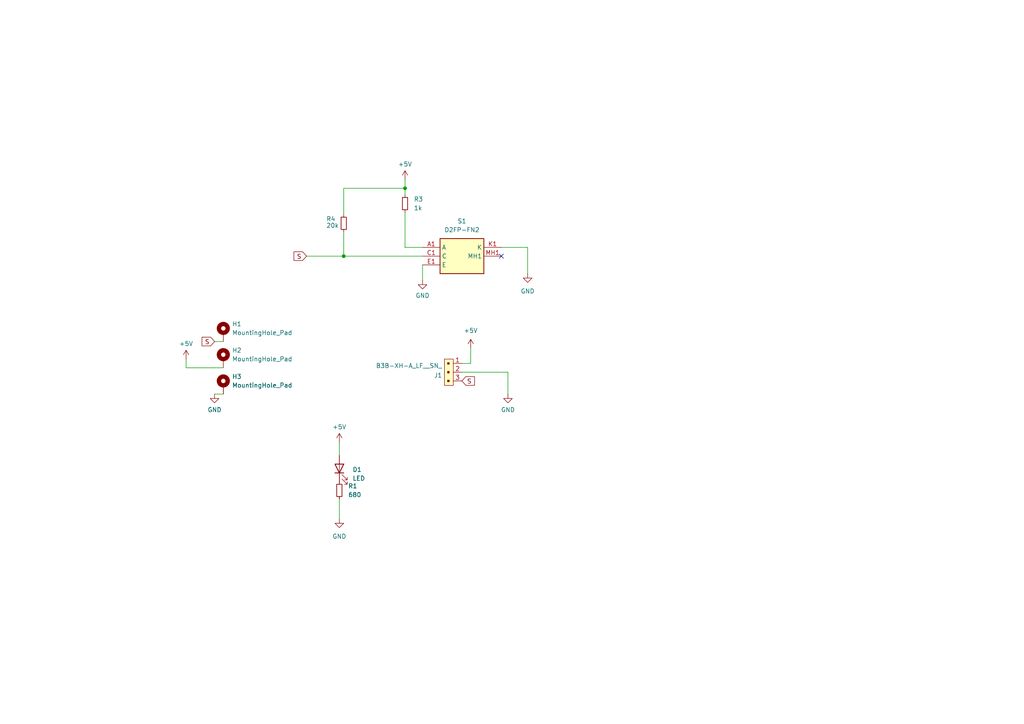
<source format=kicad_sch>
(kicad_sch (version 20230121) (generator eeschema)

  (uuid e1d5e7d1-15b9-4ce2-a35d-e7ddbec881ef)

  (paper "A4")

  (lib_symbols
    (symbol "Device:LED" (pin_numbers hide) (pin_names (offset 1.016) hide) (in_bom yes) (on_board yes)
      (property "Reference" "D" (at 0 2.54 0)
        (effects (font (size 1.27 1.27)))
      )
      (property "Value" "LED" (at 0 -2.54 0)
        (effects (font (size 1.27 1.27)))
      )
      (property "Footprint" "" (at 0 0 0)
        (effects (font (size 1.27 1.27)) hide)
      )
      (property "Datasheet" "~" (at 0 0 0)
        (effects (font (size 1.27 1.27)) hide)
      )
      (property "ki_keywords" "LED diode" (at 0 0 0)
        (effects (font (size 1.27 1.27)) hide)
      )
      (property "ki_description" "Light emitting diode" (at 0 0 0)
        (effects (font (size 1.27 1.27)) hide)
      )
      (property "ki_fp_filters" "LED* LED_SMD:* LED_THT:*" (at 0 0 0)
        (effects (font (size 1.27 1.27)) hide)
      )
      (symbol "LED_0_1"
        (polyline
          (pts
            (xy -1.27 -1.27)
            (xy -1.27 1.27)
          )
          (stroke (width 0.254) (type default))
          (fill (type none))
        )
        (polyline
          (pts
            (xy -1.27 0)
            (xy 1.27 0)
          )
          (stroke (width 0) (type default))
          (fill (type none))
        )
        (polyline
          (pts
            (xy 1.27 -1.27)
            (xy 1.27 1.27)
            (xy -1.27 0)
            (xy 1.27 -1.27)
          )
          (stroke (width 0.254) (type default))
          (fill (type none))
        )
        (polyline
          (pts
            (xy -3.048 -0.762)
            (xy -4.572 -2.286)
            (xy -3.81 -2.286)
            (xy -4.572 -2.286)
            (xy -4.572 -1.524)
          )
          (stroke (width 0) (type default))
          (fill (type none))
        )
        (polyline
          (pts
            (xy -1.778 -0.762)
            (xy -3.302 -2.286)
            (xy -2.54 -2.286)
            (xy -3.302 -2.286)
            (xy -3.302 -1.524)
          )
          (stroke (width 0) (type default))
          (fill (type none))
        )
      )
      (symbol "LED_1_1"
        (pin passive line (at -3.81 0 0) (length 2.54)
          (name "K" (effects (font (size 1.27 1.27))))
          (number "1" (effects (font (size 1.27 1.27))))
        )
        (pin passive line (at 3.81 0 180) (length 2.54)
          (name "A" (effects (font (size 1.27 1.27))))
          (number "2" (effects (font (size 1.27 1.27))))
        )
      )
    )
    (symbol "Device:R_Small" (pin_numbers hide) (pin_names (offset 0.254) hide) (in_bom yes) (on_board yes)
      (property "Reference" "R" (at 0.762 0.508 0)
        (effects (font (size 1.27 1.27)) (justify left))
      )
      (property "Value" "R_Small" (at 0.762 -1.016 0)
        (effects (font (size 1.27 1.27)) (justify left))
      )
      (property "Footprint" "" (at 0 0 0)
        (effects (font (size 1.27 1.27)) hide)
      )
      (property "Datasheet" "~" (at 0 0 0)
        (effects (font (size 1.27 1.27)) hide)
      )
      (property "ki_keywords" "R resistor" (at 0 0 0)
        (effects (font (size 1.27 1.27)) hide)
      )
      (property "ki_description" "Resistor, small symbol" (at 0 0 0)
        (effects (font (size 1.27 1.27)) hide)
      )
      (property "ki_fp_filters" "R_*" (at 0 0 0)
        (effects (font (size 1.27 1.27)) hide)
      )
      (symbol "R_Small_0_1"
        (rectangle (start -0.762 1.778) (end 0.762 -1.778)
          (stroke (width 0.2032) (type default))
          (fill (type none))
        )
      )
      (symbol "R_Small_1_1"
        (pin passive line (at 0 2.54 270) (length 0.762)
          (name "~" (effects (font (size 1.27 1.27))))
          (number "1" (effects (font (size 1.27 1.27))))
        )
        (pin passive line (at 0 -2.54 90) (length 0.762)
          (name "~" (effects (font (size 1.27 1.27))))
          (number "2" (effects (font (size 1.27 1.27))))
        )
      )
    )
    (symbol "GND_1" (power) (pin_names (offset 0)) (in_bom yes) (on_board yes)
      (property "Reference" "#PWR" (at 0 -6.35 0)
        (effects (font (size 1.27 1.27)) hide)
      )
      (property "Value" "GND_1" (at 0 -3.81 0)
        (effects (font (size 1.27 1.27)))
      )
      (property "Footprint" "" (at 0 0 0)
        (effects (font (size 1.27 1.27)) hide)
      )
      (property "Datasheet" "" (at 0 0 0)
        (effects (font (size 1.27 1.27)) hide)
      )
      (property "ki_keywords" "global power" (at 0 0 0)
        (effects (font (size 1.27 1.27)) hide)
      )
      (property "ki_description" "Power symbol creates a global label with name \"GND\" , ground" (at 0 0 0)
        (effects (font (size 1.27 1.27)) hide)
      )
      (symbol "GND_1_0_1"
        (polyline
          (pts
            (xy 0 0)
            (xy 0 -1.27)
            (xy 1.27 -1.27)
            (xy 0 -2.54)
            (xy -1.27 -1.27)
            (xy 0 -1.27)
          )
          (stroke (width 0) (type default))
          (fill (type none))
        )
      )
      (symbol "GND_1_1_1"
        (pin power_in line (at 0 0 270) (length 0) hide
          (name "GND" (effects (font (size 1.27 1.27))))
          (number "1" (effects (font (size 1.27 1.27))))
        )
      )
    )
    (symbol "GND_2" (power) (pin_names (offset 0)) (in_bom yes) (on_board yes)
      (property "Reference" "#PWR" (at 0 -6.35 0)
        (effects (font (size 1.27 1.27)) hide)
      )
      (property "Value" "GND_2" (at 0 -3.81 0)
        (effects (font (size 1.27 1.27)))
      )
      (property "Footprint" "" (at 0 0 0)
        (effects (font (size 1.27 1.27)) hide)
      )
      (property "Datasheet" "" (at 0 0 0)
        (effects (font (size 1.27 1.27)) hide)
      )
      (property "ki_keywords" "global power" (at 0 0 0)
        (effects (font (size 1.27 1.27)) hide)
      )
      (property "ki_description" "Power symbol creates a global label with name \"GND\" , ground" (at 0 0 0)
        (effects (font (size 1.27 1.27)) hide)
      )
      (symbol "GND_2_0_1"
        (polyline
          (pts
            (xy 0 0)
            (xy 0 -1.27)
            (xy 1.27 -1.27)
            (xy 0 -2.54)
            (xy -1.27 -1.27)
            (xy 0 -1.27)
          )
          (stroke (width 0) (type default))
          (fill (type none))
        )
      )
      (symbol "GND_2_1_1"
        (pin power_in line (at 0 0 270) (length 0) hide
          (name "GND" (effects (font (size 1.27 1.27))))
          (number "1" (effects (font (size 1.27 1.27))))
        )
      )
    )
    (symbol "GND_3" (power) (pin_names (offset 0)) (in_bom yes) (on_board yes)
      (property "Reference" "#PWR" (at 0 -6.35 0)
        (effects (font (size 1.27 1.27)) hide)
      )
      (property "Value" "GND_3" (at 0 -3.81 0)
        (effects (font (size 1.27 1.27)))
      )
      (property "Footprint" "" (at 0 0 0)
        (effects (font (size 1.27 1.27)) hide)
      )
      (property "Datasheet" "" (at 0 0 0)
        (effects (font (size 1.27 1.27)) hide)
      )
      (property "ki_keywords" "global power" (at 0 0 0)
        (effects (font (size 1.27 1.27)) hide)
      )
      (property "ki_description" "Power symbol creates a global label with name \"GND\" , ground" (at 0 0 0)
        (effects (font (size 1.27 1.27)) hide)
      )
      (symbol "GND_3_0_1"
        (polyline
          (pts
            (xy 0 0)
            (xy 0 -1.27)
            (xy 1.27 -1.27)
            (xy 0 -2.54)
            (xy -1.27 -1.27)
            (xy 0 -1.27)
          )
          (stroke (width 0) (type default))
          (fill (type none))
        )
      )
      (symbol "GND_3_1_1"
        (pin power_in line (at 0 0 270) (length 0) hide
          (name "GND" (effects (font (size 1.27 1.27))))
          (number "1" (effects (font (size 1.27 1.27))))
        )
      )
    )
    (symbol "Mechanical:MountingHole_Pad" (pin_numbers hide) (pin_names (offset 1.016) hide) (in_bom yes) (on_board yes)
      (property "Reference" "H" (at 0 6.35 0)
        (effects (font (size 1.27 1.27)))
      )
      (property "Value" "MountingHole_Pad" (at 0 4.445 0)
        (effects (font (size 1.27 1.27)))
      )
      (property "Footprint" "" (at 0 0 0)
        (effects (font (size 1.27 1.27)) hide)
      )
      (property "Datasheet" "~" (at 0 0 0)
        (effects (font (size 1.27 1.27)) hide)
      )
      (property "ki_keywords" "mounting hole" (at 0 0 0)
        (effects (font (size 1.27 1.27)) hide)
      )
      (property "ki_description" "Mounting Hole with connection" (at 0 0 0)
        (effects (font (size 1.27 1.27)) hide)
      )
      (property "ki_fp_filters" "MountingHole*Pad*" (at 0 0 0)
        (effects (font (size 1.27 1.27)) hide)
      )
      (symbol "MountingHole_Pad_0_1"
        (circle (center 0 1.27) (radius 1.27)
          (stroke (width 1.27) (type default))
          (fill (type none))
        )
      )
      (symbol "MountingHole_Pad_1_1"
        (pin input line (at 0 -2.54 90) (length 2.54)
          (name "1" (effects (font (size 1.27 1.27))))
          (number "1" (effects (font (size 1.27 1.27))))
        )
      )
    )
    (symbol "SamacSys_Parts:D2FP-FN2" (in_bom yes) (on_board yes)
      (property "Reference" "S" (at 19.05 7.62 0)
        (effects (font (size 1.27 1.27)) (justify left top))
      )
      (property "Value" "D2FP-FN2" (at 19.05 5.08 0)
        (effects (font (size 1.27 1.27)) (justify left top))
      )
      (property "Footprint" "D2FPFN2" (at 19.05 -94.92 0)
        (effects (font (size 1.27 1.27)) (justify left top) hide)
      )
      (property "Datasheet" "" (at 19.05 -194.92 0)
        (effects (font (size 1.27 1.27)) (justify left top) hide)
      )
      (property "Height" "7.75" (at 19.05 -394.92 0)
        (effects (font (size 1.27 1.27)) (justify left top) hide)
      )
      (property "Mouser Part Number" "" (at 19.05 -494.92 0)
        (effects (font (size 1.27 1.27)) (justify left top) hide)
      )
      (property "Mouser Price/Stock" "" (at 19.05 -594.92 0)
        (effects (font (size 1.27 1.27)) (justify left top) hide)
      )
      (property "Manufacturer_Name" "Omron Electronics" (at 19.05 -694.92 0)
        (effects (font (size 1.27 1.27)) (justify left top) hide)
      )
      (property "Manufacturer_Part_Number" "D2FP-FN2" (at 19.05 -794.92 0)
        (effects (font (size 1.27 1.27)) (justify left top) hide)
      )
      (property "ki_description" "Microswitch, Ultra Subminiature, Pin Plunger, SPST-NO, PC Pin, 20 mA, 30 V" (at 0 0 0)
        (effects (font (size 1.27 1.27)) hide)
      )
      (symbol "D2FP-FN2_1_1"
        (rectangle (start 5.08 2.54) (end 17.78 -7.62)
          (stroke (width 0.254) (type default))
          (fill (type background))
        )
        (pin passive line (at 0 0 0) (length 5.08)
          (name "A" (effects (font (size 1.27 1.27))))
          (number "A1" (effects (font (size 1.27 1.27))))
        )
        (pin passive line (at 0 -2.54 0) (length 5.08)
          (name "C" (effects (font (size 1.27 1.27))))
          (number "C1" (effects (font (size 1.27 1.27))))
        )
        (pin passive line (at 0 -5.08 0) (length 5.08)
          (name "E" (effects (font (size 1.27 1.27))))
          (number "E1" (effects (font (size 1.27 1.27))))
        )
        (pin passive line (at 22.86 0 180) (length 5.08)
          (name "K" (effects (font (size 1.27 1.27))))
          (number "K1" (effects (font (size 1.27 1.27))))
        )
        (pin passive line (at 22.86 -2.54 180) (length 5.08)
          (name "MH1" (effects (font (size 1.27 1.27))))
          (number "MH1" (effects (font (size 1.27 1.27))))
        )
      )
    )
    (symbol "dk_Rectangular-Connectors-Headers-Male-Pins:B3B-XH-A_LF__SN_" (pin_names (offset 1.016) hide) (in_bom yes) (on_board yes)
      (property "Reference" "J" (at -2.54 -1.27 0)
        (effects (font (size 1.27 1.27)) (justify right))
      )
      (property "Value" "B3B-XH-A_LF__SN_" (at 2.54 -3.81 0)
        (effects (font (size 1.27 1.27)))
      )
      (property "Footprint" "digikey-footprints:PinHeader_1x3_P2.5mm_Drill1.1mm" (at 5.08 5.08 0)
        (effects (font (size 1.27 1.27)) (justify left) hide)
      )
      (property "Datasheet" "http://www.jst-mfg.com/product/pdf/eng/eXH.pdf" (at 5.08 7.62 0)
        (effects (font (size 1.27 1.27)) (justify left) hide)
      )
      (property "Digi-Key_PN" "455-2248-ND" (at 5.08 10.16 0)
        (effects (font (size 1.524 1.524)) (justify left) hide)
      )
      (property "MPN" "B3B-XH-A(LF)(SN)" (at 5.08 12.7 0)
        (effects (font (size 1.524 1.524)) (justify left) hide)
      )
      (property "Category" "Connectors, Interconnects" (at 5.08 15.24 0)
        (effects (font (size 1.524 1.524)) (justify left) hide)
      )
      (property "Family" "Rectangular Connectors - Headers, Male Pins" (at 5.08 17.78 0)
        (effects (font (size 1.524 1.524)) (justify left) hide)
      )
      (property "DK_Datasheet_Link" "http://www.jst-mfg.com/product/pdf/eng/eXH.pdf" (at 5.08 20.32 0)
        (effects (font (size 1.524 1.524)) (justify left) hide)
      )
      (property "DK_Detail_Page" "/product-detail/en/jst-sales-america-inc/B3B-XH-A(LF)(SN)/455-2248-ND/1651046" (at 5.08 22.86 0)
        (effects (font (size 1.524 1.524)) (justify left) hide)
      )
      (property "Description" "CONN HEADER VERT 3POS 2.5MM" (at 5.08 25.4 0)
        (effects (font (size 1.524 1.524)) (justify left) hide)
      )
      (property "Manufacturer" "JST Sales America Inc." (at 5.08 27.94 0)
        (effects (font (size 1.524 1.524)) (justify left) hide)
      )
      (property "Status" "Active" (at 5.08 30.48 0)
        (effects (font (size 1.524 1.524)) (justify left) hide)
      )
      (property "ki_keywords" "455-2248-ND XH" (at 0 0 0)
        (effects (font (size 1.27 1.27)) hide)
      )
      (property "ki_description" "CONN HEADER VERT 3POS 2.5MM" (at 0 0 0)
        (effects (font (size 1.27 1.27)) hide)
      )
      (symbol "B3B-XH-A_LF__SN__1_1"
        (rectangle (start -1.27 0) (end 6.35 -2.54)
          (stroke (width 0) (type default))
          (fill (type background))
        )
        (rectangle (start -0.254 -1.143) (end 0.254 -1.651)
          (stroke (width 0) (type default))
          (fill (type outline))
        )
        (rectangle (start 2.286 -1.143) (end 2.794 -1.651)
          (stroke (width 0) (type default))
          (fill (type outline))
        )
        (rectangle (start 4.826 -1.143) (end 5.334 -1.651)
          (stroke (width 0) (type default))
          (fill (type outline))
        )
        (pin passive line (at 0 2.54 270) (length 2.54)
          (name "~" (effects (font (size 1.27 1.27))))
          (number "1" (effects (font (size 1.27 1.27))))
        )
        (pin passive line (at 2.54 2.54 270) (length 2.54)
          (name "~" (effects (font (size 1.27 1.27))))
          (number "2" (effects (font (size 1.27 1.27))))
        )
        (pin passive line (at 5.08 2.54 270) (length 2.54)
          (name "~" (effects (font (size 1.27 1.27))))
          (number "3" (effects (font (size 1.27 1.27))))
        )
      )
    )
    (symbol "power:+5V" (power) (pin_names (offset 0)) (in_bom yes) (on_board yes)
      (property "Reference" "#PWR" (at 0 -3.81 0)
        (effects (font (size 1.27 1.27)) hide)
      )
      (property "Value" "+5V" (at 0 3.556 0)
        (effects (font (size 1.27 1.27)))
      )
      (property "Footprint" "" (at 0 0 0)
        (effects (font (size 1.27 1.27)) hide)
      )
      (property "Datasheet" "" (at 0 0 0)
        (effects (font (size 1.27 1.27)) hide)
      )
      (property "ki_keywords" "global power" (at 0 0 0)
        (effects (font (size 1.27 1.27)) hide)
      )
      (property "ki_description" "Power symbol creates a global label with name \"+5V\"" (at 0 0 0)
        (effects (font (size 1.27 1.27)) hide)
      )
      (symbol "+5V_0_1"
        (polyline
          (pts
            (xy -0.762 1.27)
            (xy 0 2.54)
          )
          (stroke (width 0) (type default))
          (fill (type none))
        )
        (polyline
          (pts
            (xy 0 0)
            (xy 0 2.54)
          )
          (stroke (width 0) (type default))
          (fill (type none))
        )
        (polyline
          (pts
            (xy 0 2.54)
            (xy 0.762 1.27)
          )
          (stroke (width 0) (type default))
          (fill (type none))
        )
      )
      (symbol "+5V_1_1"
        (pin power_in line (at 0 0 90) (length 0) hide
          (name "+5V" (effects (font (size 1.27 1.27))))
          (number "1" (effects (font (size 1.27 1.27))))
        )
      )
    )
    (symbol "power:GND" (power) (pin_names (offset 0)) (in_bom yes) (on_board yes)
      (property "Reference" "#PWR" (at 0 -6.35 0)
        (effects (font (size 1.27 1.27)) hide)
      )
      (property "Value" "GND" (at 0 -3.81 0)
        (effects (font (size 1.27 1.27)))
      )
      (property "Footprint" "" (at 0 0 0)
        (effects (font (size 1.27 1.27)) hide)
      )
      (property "Datasheet" "" (at 0 0 0)
        (effects (font (size 1.27 1.27)) hide)
      )
      (property "ki_keywords" "power-flag" (at 0 0 0)
        (effects (font (size 1.27 1.27)) hide)
      )
      (property "ki_description" "Power symbol creates a global label with name \"GND\" , ground" (at 0 0 0)
        (effects (font (size 1.27 1.27)) hide)
      )
      (symbol "GND_0_1"
        (polyline
          (pts
            (xy 0 0)
            (xy 0 -1.27)
            (xy 1.27 -1.27)
            (xy 0 -2.54)
            (xy -1.27 -1.27)
            (xy 0 -1.27)
          )
          (stroke (width 0) (type default))
          (fill (type none))
        )
      )
      (symbol "GND_1_1"
        (pin power_in line (at 0 0 270) (length 0) hide
          (name "GND" (effects (font (size 1.27 1.27))))
          (number "1" (effects (font (size 1.27 1.27))))
        )
      )
    )
  )

  (junction (at 99.695 74.295) (diameter 0) (color 0 0 0 0)
    (uuid 71dfa358-7185-4077-a87c-ac97fea05157)
  )
  (junction (at 117.475 54.61) (diameter 0) (color 0 0 0 0)
    (uuid cef5a866-687f-4dc0-b5ab-bdd796b313c7)
  )

  (no_connect (at 145.415 74.295) (uuid 013a9c3d-e960-43d9-8858-0d5e7d986ab7))

  (wire (pts (xy 53.975 104.14) (xy 53.975 106.68))
    (stroke (width 0) (type default))
    (uuid 077f13d7-0fd0-4ec0-8e15-656789ed970c)
  )
  (wire (pts (xy 88.9 74.295) (xy 99.695 74.295))
    (stroke (width 0) (type default))
    (uuid 0e4c8950-0563-40a6-b207-7ab4d494836b)
  )
  (wire (pts (xy 99.695 54.61) (xy 99.695 62.23))
    (stroke (width 0) (type default))
    (uuid 1b52ffc9-7e01-4921-8011-03ccbfb0483a)
  )
  (wire (pts (xy 53.975 106.68) (xy 64.77 106.68))
    (stroke (width 0) (type default))
    (uuid 1e2bac88-09ab-4ae6-928f-0da17686ce3e)
  )
  (wire (pts (xy 122.555 76.835) (xy 122.555 81.28))
    (stroke (width 0) (type default))
    (uuid 27f15460-1b95-4018-93ce-51f818c6ba25)
  )
  (wire (pts (xy 136.525 105.41) (xy 133.985 105.41))
    (stroke (width 0) (type default))
    (uuid 5a552cc5-9600-4ed4-9cea-b1b7c89ff434)
  )
  (wire (pts (xy 98.425 144.78) (xy 98.425 150.495))
    (stroke (width 0) (type default))
    (uuid 661d0785-4d15-48bb-aa78-650a2e791f86)
  )
  (wire (pts (xy 153.035 71.755) (xy 153.035 79.375))
    (stroke (width 0) (type default))
    (uuid 694275aa-f33f-4f55-b1d1-06872a1c308a)
  )
  (wire (pts (xy 117.475 71.755) (xy 122.555 71.755))
    (stroke (width 0) (type default))
    (uuid 6ef21c4c-f45c-42b7-88ae-68ac50cb1fb3)
  )
  (wire (pts (xy 136.525 100.965) (xy 136.525 105.41))
    (stroke (width 0) (type default))
    (uuid 789344d7-9f25-47bc-bf81-c2acad7bb317)
  )
  (wire (pts (xy 117.475 54.61) (xy 117.475 56.515))
    (stroke (width 0) (type default))
    (uuid 824aa019-f253-4e26-8928-0b0ee2952603)
  )
  (wire (pts (xy 117.475 54.61) (xy 117.475 52.07))
    (stroke (width 0) (type default))
    (uuid 85d06591-0d68-4380-a287-8fa1aafe2c17)
  )
  (wire (pts (xy 62.23 114.3) (xy 64.77 114.3))
    (stroke (width 0) (type default))
    (uuid 8a31697d-bc8a-4d2b-8e32-e7ceeda80b23)
  )
  (wire (pts (xy 98.425 128.27) (xy 98.425 132.08))
    (stroke (width 0) (type default))
    (uuid 8a806035-7197-4112-bc98-63546f298bea)
  )
  (wire (pts (xy 145.415 71.755) (xy 153.035 71.755))
    (stroke (width 0) (type default))
    (uuid 98882c14-d395-454a-a770-55ca9016e29f)
  )
  (wire (pts (xy 99.695 74.295) (xy 122.555 74.295))
    (stroke (width 0) (type default))
    (uuid b6cdb29b-378b-4616-afe6-d1fab4382136)
  )
  (wire (pts (xy 99.695 67.31) (xy 99.695 74.295))
    (stroke (width 0) (type default))
    (uuid d34dc82e-9ec1-4462-9a8c-2bce92b57ed4)
  )
  (wire (pts (xy 117.475 61.595) (xy 117.475 71.755))
    (stroke (width 0) (type default))
    (uuid dc371661-ba1b-4bde-8ce0-b78e4bff054c)
  )
  (wire (pts (xy 147.32 107.95) (xy 147.32 114.3))
    (stroke (width 0) (type default))
    (uuid ebe9ab80-6a09-487b-aaeb-e1a64bde4211)
  )
  (wire (pts (xy 133.985 107.95) (xy 147.32 107.95))
    (stroke (width 0) (type default))
    (uuid ed1c3885-4e13-404b-838f-32cf7f16cbdc)
  )
  (wire (pts (xy 99.695 54.61) (xy 117.475 54.61))
    (stroke (width 0) (type default))
    (uuid f216916f-894e-4759-abda-3d9df470f56a)
  )
  (wire (pts (xy 62.23 99.06) (xy 64.77 99.06))
    (stroke (width 0) (type default))
    (uuid fb8ad3c7-a809-458c-867c-d655f91dbf57)
  )

  (global_label "S" (shape input) (at 133.985 110.49 0) (fields_autoplaced)
    (effects (font (size 1.27 1.27)) (justify left))
    (uuid 7aa0e3ae-dbdc-461c-8522-79311026bef1)
    (property "Intersheetrefs" "${INTERSHEET_REFS}" (at 137.6076 110.5694 0)
      (effects (font (size 1.27 1.27)) (justify left) hide)
    )
  )
  (global_label "S" (shape input) (at 88.9 74.295 180) (fields_autoplaced)
    (effects (font (size 1.27 1.27)) (justify right))
    (uuid 7f1fa670-3eab-46f4-95e4-29f3296a5958)
    (property "Intersheetrefs" "${INTERSHEET_REFS}" (at 84.7053 74.295 0)
      (effects (font (size 1.27 1.27)) (justify right) hide)
    )
  )
  (global_label "S" (shape input) (at 62.23 99.06 180) (fields_autoplaced)
    (effects (font (size 1.27 1.27)) (justify right))
    (uuid f0b1e867-3d52-4ca0-8235-62017aae29cb)
    (property "Intersheetrefs" "${INTERSHEET_REFS}" (at 58.0353 99.06 0)
      (effects (font (size 1.27 1.27)) (justify right) hide)
    )
  )

  (symbol (lib_id "Device:R_Small") (at 99.695 64.77 180) (unit 1)
    (in_bom yes) (on_board yes) (dnp no)
    (uuid 051f95ca-3f99-41b9-a0f2-09ba1f4d48f9)
    (property "Reference" "R4" (at 94.615 63.5 0)
      (effects (font (size 1.27 1.27)) (justify right))
    )
    (property "Value" "20k" (at 94.615 65.405 0)
      (effects (font (size 1.27 1.27)) (justify right))
    )
    (property "Footprint" "Resistor_SMD:R_0805_2012Metric_Pad1.20x1.40mm_HandSolder" (at 99.695 64.77 0)
      (effects (font (size 1.27 1.27)) hide)
    )
    (property "Datasheet" "~" (at 99.695 64.77 0)
      (effects (font (size 1.27 1.27)) hide)
    )
    (pin "1" (uuid 4778c648-e872-48e0-9a55-e0ddb4eb10eb))
    (pin "2" (uuid f15b0b77-6845-4626-99b0-3b5313d04bba))
    (instances
      (project "ProbePCB"
        (path "/e1d5e7d1-15b9-4ce2-a35d-e7ddbec881ef"
          (reference "R4") (unit 1)
        )
      )
    )
  )

  (symbol (lib_id "Device:R_Small") (at 117.475 59.055 0) (unit 1)
    (in_bom yes) (on_board yes) (dnp no) (fields_autoplaced)
    (uuid 0c472e9c-c0e7-40b9-a25e-36f233a47144)
    (property "Reference" "R3" (at 120.015 57.785 0)
      (effects (font (size 1.27 1.27)) (justify left))
    )
    (property "Value" "1k" (at 120.015 60.325 0)
      (effects (font (size 1.27 1.27)) (justify left))
    )
    (property "Footprint" "Resistor_SMD:R_0805_2012Metric_Pad1.20x1.40mm_HandSolder" (at 117.475 59.055 0)
      (effects (font (size 1.27 1.27)) hide)
    )
    (property "Datasheet" "~" (at 117.475 59.055 0)
      (effects (font (size 1.27 1.27)) hide)
    )
    (pin "1" (uuid 3fb8b4c0-6331-4c09-bae0-564ecac4705e))
    (pin "2" (uuid d5dec8aa-6ca2-4a87-8e5e-eb4a8cb8a888))
    (instances
      (project "ProbePCB"
        (path "/e1d5e7d1-15b9-4ce2-a35d-e7ddbec881ef"
          (reference "R3") (unit 1)
        )
      )
    )
  )

  (symbol (lib_id "power:GND") (at 147.32 114.3 0) (unit 1)
    (in_bom yes) (on_board yes) (dnp no) (fields_autoplaced)
    (uuid 140602b9-bc4c-4b9f-8081-56cc8c5d795b)
    (property "Reference" "#PWR02" (at 147.32 120.65 0)
      (effects (font (size 1.27 1.27)) hide)
    )
    (property "Value" "GND" (at 147.32 118.8625 0)
      (effects (font (size 1.27 1.27)))
    )
    (property "Footprint" "" (at 147.32 114.3 0)
      (effects (font (size 1.27 1.27)) hide)
    )
    (property "Datasheet" "" (at 147.32 114.3 0)
      (effects (font (size 1.27 1.27)) hide)
    )
    (pin "1" (uuid 35b4d294-4973-48ec-b8c7-8c128817152a))
    (instances
      (project "ProbePCB"
        (path "/e1d5e7d1-15b9-4ce2-a35d-e7ddbec881ef"
          (reference "#PWR02") (unit 1)
        )
      )
      (project "Toolhead"
        (path "/e63e39d7-6ac0-4ffd-8aa3-1841a4541b55"
          (reference "#PWR03") (unit 1)
        )
      )
    )
  )

  (symbol (lib_id "power:+5V") (at 53.975 104.14 0) (unit 1)
    (in_bom yes) (on_board yes) (dnp no)
    (uuid 1ee54fb0-4f8c-4481-a751-384be6a948bf)
    (property "Reference" "#PWR05" (at 53.975 107.95 0)
      (effects (font (size 1.27 1.27)) hide)
    )
    (property "Value" "+5V" (at 53.975 99.695 0)
      (effects (font (size 1.27 1.27)))
    )
    (property "Footprint" "" (at 53.975 104.14 0)
      (effects (font (size 1.27 1.27)) hide)
    )
    (property "Datasheet" "" (at 53.975 104.14 0)
      (effects (font (size 1.27 1.27)) hide)
    )
    (pin "1" (uuid 0aeb86a3-d059-4fa7-886c-fc5a0e79fd09))
    (instances
      (project "ProbePCB"
        (path "/e1d5e7d1-15b9-4ce2-a35d-e7ddbec881ef"
          (reference "#PWR05") (unit 1)
        )
      )
    )
  )

  (symbol (lib_id "SamacSys_Parts:D2FP-FN2") (at 122.555 71.755 0) (unit 1)
    (in_bom yes) (on_board yes) (dnp no) (fields_autoplaced)
    (uuid 260b6f84-3e95-47bc-940d-eb9c4ae7e968)
    (property "Reference" "S1" (at 133.985 64.135 0)
      (effects (font (size 1.27 1.27)))
    )
    (property "Value" "D2FP-FN2" (at 133.985 66.675 0)
      (effects (font (size 1.27 1.27)))
    )
    (property "Footprint" "D2FPFN2" (at 141.605 166.675 0)
      (effects (font (size 1.27 1.27)) (justify left top) hide)
    )
    (property "Datasheet" "" (at 141.605 266.675 0)
      (effects (font (size 1.27 1.27)) (justify left top) hide)
    )
    (property "Height" "7.75" (at 141.605 466.675 0)
      (effects (font (size 1.27 1.27)) (justify left top) hide)
    )
    (property "Mouser Part Number" "" (at 141.605 566.675 0)
      (effects (font (size 1.27 1.27)) (justify left top) hide)
    )
    (property "Mouser Price/Stock" "" (at 141.605 666.675 0)
      (effects (font (size 1.27 1.27)) (justify left top) hide)
    )
    (property "Manufacturer_Name" "Omron Electronics" (at 141.605 766.675 0)
      (effects (font (size 1.27 1.27)) (justify left top) hide)
    )
    (property "Manufacturer_Part_Number" "D2FP-FN2" (at 141.605 866.675 0)
      (effects (font (size 1.27 1.27)) (justify left top) hide)
    )
    (pin "A1" (uuid 32043da9-56ee-4159-9499-6cda48920470))
    (pin "C1" (uuid cb34a7d9-60ff-4585-a3ad-72d94fa42411))
    (pin "E1" (uuid b6054f67-bb7e-42be-b21f-e455d647a40c))
    (pin "K1" (uuid 8cda89f3-8439-45bf-8e0b-2a38b7ce57b1))
    (pin "MH1" (uuid b701f456-d81d-46b3-b9af-1989646bd57c))
    (instances
      (project "ProbePCB"
        (path "/e1d5e7d1-15b9-4ce2-a35d-e7ddbec881ef"
          (reference "S1") (unit 1)
        )
      )
    )
  )

  (symbol (lib_id "Mechanical:MountingHole_Pad") (at 64.77 104.14 0) (unit 1)
    (in_bom yes) (on_board yes) (dnp no) (fields_autoplaced)
    (uuid 315266bd-0ee7-4abd-9c94-32df24e5a05b)
    (property "Reference" "H2" (at 67.31 101.5999 0)
      (effects (font (size 1.27 1.27)) (justify left))
    )
    (property "Value" "MountingHole_Pad" (at 67.31 104.1399 0)
      (effects (font (size 1.27 1.27)) (justify left))
    )
    (property "Footprint" "MountingHole:MountingHole_2.7mm_Pad" (at 64.77 104.14 0)
      (effects (font (size 1.27 1.27)) hide)
    )
    (property "Datasheet" "~" (at 64.77 104.14 0)
      (effects (font (size 1.27 1.27)) hide)
    )
    (pin "1" (uuid 26328d08-2937-41fb-bd67-5269a86b5f37))
    (instances
      (project "ProbePCB"
        (path "/e1d5e7d1-15b9-4ce2-a35d-e7ddbec881ef"
          (reference "H2") (unit 1)
        )
      )
      (project "Toolhead"
        (path "/e63e39d7-6ac0-4ffd-8aa3-1841a4541b55"
          (reference "H5") (unit 1)
        )
      )
    )
  )

  (symbol (lib_id "dk_Rectangular-Connectors-Headers-Male-Pins:B3B-XH-A_LF__SN_") (at 131.445 105.41 270) (unit 1)
    (in_bom yes) (on_board yes) (dnp no) (fields_autoplaced)
    (uuid 346206f9-bf68-4068-aa25-1826d8dfbab0)
    (property "Reference" "J1" (at 128.27 108.8585 90)
      (effects (font (size 1.27 1.27)) (justify right))
    )
    (property "Value" "B3B-XH-A_LF__SN_" (at 128.27 106.0834 90)
      (effects (font (size 1.27 1.27)) (justify right))
    )
    (property "Footprint" "Connector_JST:JST_XH_B3B-XH-A_1x03_P2.50mm_Vertical" (at 136.525 110.49 0)
      (effects (font (size 1.27 1.27)) (justify left) hide)
    )
    (property "Datasheet" "http://www.jst-mfg.com/product/pdf/eng/eXH.pdf" (at 139.065 110.49 0)
      (effects (font (size 1.27 1.27)) (justify left) hide)
    )
    (property "Digi-Key_PN" "455-2248-ND" (at 141.605 110.49 0)
      (effects (font (size 1.524 1.524)) (justify left) hide)
    )
    (property "MPN" "B3B-XH-A(LF)(SN)" (at 144.145 110.49 0)
      (effects (font (size 1.524 1.524)) (justify left) hide)
    )
    (property "Category" "Connectors, Interconnects" (at 146.685 110.49 0)
      (effects (font (size 1.524 1.524)) (justify left) hide)
    )
    (property "Family" "Rectangular Connectors - Headers, Male Pins" (at 149.225 110.49 0)
      (effects (font (size 1.524 1.524)) (justify left) hide)
    )
    (property "DK_Datasheet_Link" "http://www.jst-mfg.com/product/pdf/eng/eXH.pdf" (at 151.765 110.49 0)
      (effects (font (size 1.524 1.524)) (justify left) hide)
    )
    (property "DK_Detail_Page" "/product-detail/en/jst-sales-america-inc/B3B-XH-A(LF)(SN)/455-2248-ND/1651046" (at 154.305 110.49 0)
      (effects (font (size 1.524 1.524)) (justify left) hide)
    )
    (property "Description" "CONN HEADER VERT 3POS 2.5MM" (at 156.845 110.49 0)
      (effects (font (size 1.524 1.524)) (justify left) hide)
    )
    (property "Manufacturer" "JST Sales America Inc." (at 159.385 110.49 0)
      (effects (font (size 1.524 1.524)) (justify left) hide)
    )
    (property "Status" "Active" (at 161.925 110.49 0)
      (effects (font (size 1.524 1.524)) (justify left) hide)
    )
    (pin "1" (uuid f4090d4c-0798-4b0b-bfe7-9dc37ea3a8bb))
    (pin "2" (uuid d5da5a69-e126-4300-a142-4c2518d14324))
    (pin "3" (uuid bc585796-4dbb-4e31-9284-4628985a5458))
    (instances
      (project "ProbePCB"
        (path "/e1d5e7d1-15b9-4ce2-a35d-e7ddbec881ef"
          (reference "J1") (unit 1)
        )
      )
      (project "Toolhead"
        (path "/e63e39d7-6ac0-4ffd-8aa3-1841a4541b55"
          (reference "J1") (unit 1)
        )
      )
    )
  )

  (symbol (lib_id "power:+5V") (at 98.425 128.27 0) (unit 1)
    (in_bom yes) (on_board yes) (dnp no) (fields_autoplaced)
    (uuid 5b107467-13e7-4c7e-9300-a78b124875ca)
    (property "Reference" "#PWR03" (at 98.425 132.08 0)
      (effects (font (size 1.27 1.27)) hide)
    )
    (property "Value" "+5V" (at 98.425 123.825 0)
      (effects (font (size 1.27 1.27)))
    )
    (property "Footprint" "" (at 98.425 128.27 0)
      (effects (font (size 1.27 1.27)) hide)
    )
    (property "Datasheet" "" (at 98.425 128.27 0)
      (effects (font (size 1.27 1.27)) hide)
    )
    (pin "1" (uuid f42ae142-33dc-4816-9e05-07e49b8f4247))
    (instances
      (project "ProbePCB"
        (path "/e1d5e7d1-15b9-4ce2-a35d-e7ddbec881ef"
          (reference "#PWR03") (unit 1)
        )
      )
    )
  )

  (symbol (lib_id "Mechanical:MountingHole_Pad") (at 64.77 96.52 0) (unit 1)
    (in_bom yes) (on_board yes) (dnp no) (fields_autoplaced)
    (uuid 92a65744-bdb8-4c72-a823-e9c235aec58a)
    (property "Reference" "H1" (at 67.31 93.9799 0)
      (effects (font (size 1.27 1.27)) (justify left))
    )
    (property "Value" "MountingHole_Pad" (at 67.31 96.5199 0)
      (effects (font (size 1.27 1.27)) (justify left))
    )
    (property "Footprint" "MountingHole:MountingHole_2.7mm_Pad" (at 64.77 96.52 0)
      (effects (font (size 1.27 1.27)) hide)
    )
    (property "Datasheet" "~" (at 64.77 96.52 0)
      (effects (font (size 1.27 1.27)) hide)
    )
    (pin "1" (uuid f93d92be-225c-431a-a42b-ded2d6778a1a))
    (instances
      (project "ProbePCB"
        (path "/e1d5e7d1-15b9-4ce2-a35d-e7ddbec881ef"
          (reference "H1") (unit 1)
        )
      )
      (project "Toolhead"
        (path "/e63e39d7-6ac0-4ffd-8aa3-1841a4541b55"
          (reference "H4") (unit 1)
        )
      )
    )
  )

  (symbol (lib_id "power:GND") (at 62.23 114.3 0) (unit 1)
    (in_bom yes) (on_board yes) (dnp no) (fields_autoplaced)
    (uuid 9ae8edf7-4da9-441f-95bd-5b49753a2d72)
    (property "Reference" "#PWR04" (at 62.23 120.65 0)
      (effects (font (size 1.27 1.27)) hide)
    )
    (property "Value" "GND" (at 62.23 118.8625 0)
      (effects (font (size 1.27 1.27)))
    )
    (property "Footprint" "" (at 62.23 114.3 0)
      (effects (font (size 1.27 1.27)) hide)
    )
    (property "Datasheet" "" (at 62.23 114.3 0)
      (effects (font (size 1.27 1.27)) hide)
    )
    (pin "1" (uuid 0c641fe9-286b-48ff-bc92-ff0260bb15d1))
    (instances
      (project "ProbePCB"
        (path "/e1d5e7d1-15b9-4ce2-a35d-e7ddbec881ef"
          (reference "#PWR04") (unit 1)
        )
      )
      (project "Toolhead"
        (path "/e63e39d7-6ac0-4ffd-8aa3-1841a4541b55"
          (reference "#PWR0101") (unit 1)
        )
      )
    )
  )

  (symbol (lib_id "power:+5V") (at 117.475 52.07 0) (unit 1)
    (in_bom yes) (on_board yes) (dnp no) (fields_autoplaced)
    (uuid aa11620c-03b9-494a-9462-e9ffa5252051)
    (property "Reference" "#PWR06" (at 117.475 55.88 0)
      (effects (font (size 1.27 1.27)) hide)
    )
    (property "Value" "+5V" (at 117.475 47.625 0)
      (effects (font (size 1.27 1.27)))
    )
    (property "Footprint" "" (at 117.475 52.07 0)
      (effects (font (size 1.27 1.27)) hide)
    )
    (property "Datasheet" "" (at 117.475 52.07 0)
      (effects (font (size 1.27 1.27)) hide)
    )
    (pin "1" (uuid cd71fd76-524e-4133-9455-2b9a07dfe452))
    (instances
      (project "ProbePCB"
        (path "/e1d5e7d1-15b9-4ce2-a35d-e7ddbec881ef"
          (reference "#PWR06") (unit 1)
        )
      )
    )
  )

  (symbol (lib_id "Device:R_Small") (at 98.425 142.24 0) (unit 1)
    (in_bom yes) (on_board yes) (dnp no) (fields_autoplaced)
    (uuid b51068cc-1c27-47fc-aca3-161d62f5dd24)
    (property "Reference" "R1" (at 100.965 140.97 0)
      (effects (font (size 1.27 1.27)) (justify left))
    )
    (property "Value" "680" (at 100.965 143.51 0)
      (effects (font (size 1.27 1.27)) (justify left))
    )
    (property "Footprint" "Resistor_SMD:R_0805_2012Metric_Pad1.20x1.40mm_HandSolder" (at 98.425 142.24 0)
      (effects (font (size 1.27 1.27)) hide)
    )
    (property "Datasheet" "~" (at 98.425 142.24 0)
      (effects (font (size 1.27 1.27)) hide)
    )
    (pin "1" (uuid 623161ed-c3d2-4cf5-a676-5447bd1e7924))
    (pin "2" (uuid bf8ef5a7-9086-440e-bd8b-cc02e411bd08))
    (instances
      (project "ProbePCB"
        (path "/e1d5e7d1-15b9-4ce2-a35d-e7ddbec881ef"
          (reference "R1") (unit 1)
        )
      )
    )
  )

  (symbol (lib_name "GND_2") (lib_id "power:GND") (at 122.555 81.28 0) (unit 1)
    (in_bom yes) (on_board yes) (dnp no) (fields_autoplaced)
    (uuid b7f0ea8a-d7f7-441d-a366-8ebf7408a92b)
    (property "Reference" "#PWR08" (at 122.555 87.63 0)
      (effects (font (size 1.27 1.27)) hide)
    )
    (property "Value" "GND" (at 122.555 85.725 0)
      (effects (font (size 1.27 1.27)))
    )
    (property "Footprint" "" (at 122.555 81.28 0)
      (effects (font (size 1.27 1.27)) hide)
    )
    (property "Datasheet" "" (at 122.555 81.28 0)
      (effects (font (size 1.27 1.27)) hide)
    )
    (pin "1" (uuid 3fe299eb-0e30-48d9-b0cc-ac8c01fccfba))
    (instances
      (project "ProbePCB"
        (path "/e1d5e7d1-15b9-4ce2-a35d-e7ddbec881ef"
          (reference "#PWR08") (unit 1)
        )
      )
    )
  )

  (symbol (lib_id "Mechanical:MountingHole_Pad") (at 64.77 111.76 0) (unit 1)
    (in_bom yes) (on_board yes) (dnp no) (fields_autoplaced)
    (uuid bc84e42e-8a49-4495-8b59-6b863a2ae794)
    (property "Reference" "H3" (at 67.31 109.2199 0)
      (effects (font (size 1.27 1.27)) (justify left))
    )
    (property "Value" "MountingHole_Pad" (at 67.31 111.7599 0)
      (effects (font (size 1.27 1.27)) (justify left))
    )
    (property "Footprint" "MountingHole:MountingHole_2.7mm_Pad" (at 64.77 111.76 0)
      (effects (font (size 1.27 1.27)) hide)
    )
    (property "Datasheet" "~" (at 64.77 111.76 0)
      (effects (font (size 1.27 1.27)) hide)
    )
    (pin "1" (uuid 970da171-a24c-4b66-9e86-0af60e035db0))
    (instances
      (project "ProbePCB"
        (path "/e1d5e7d1-15b9-4ce2-a35d-e7ddbec881ef"
          (reference "H3") (unit 1)
        )
      )
      (project "Toolhead"
        (path "/e63e39d7-6ac0-4ffd-8aa3-1841a4541b55"
          (reference "H6") (unit 1)
        )
      )
    )
  )

  (symbol (lib_id "Device:LED") (at 98.425 135.89 90) (unit 1)
    (in_bom yes) (on_board yes) (dnp no) (fields_autoplaced)
    (uuid bcc0ae09-ae94-4fa1-8903-faa528fbeee5)
    (property "Reference" "D1" (at 102.235 136.2075 90)
      (effects (font (size 1.27 1.27)) (justify right))
    )
    (property "Value" "LED" (at 102.235 138.7475 90)
      (effects (font (size 1.27 1.27)) (justify right))
    )
    (property "Footprint" "LED_SMD:LED_0805_2012Metric_Pad1.15x1.40mm_HandSolder" (at 98.425 135.89 0)
      (effects (font (size 1.27 1.27)) hide)
    )
    (property "Datasheet" "~" (at 98.425 135.89 0)
      (effects (font (size 1.27 1.27)) hide)
    )
    (property "LCSC Part" "C84256" (at 98.425 135.89 90)
      (effects (font (size 1.27 1.27)) hide)
    )
    (pin "1" (uuid de1c9b9f-b387-4573-8a52-711986856025))
    (pin "2" (uuid 5192dd71-3a19-43b6-b2fe-a7d856ec2873))
    (instances
      (project "ProbePCB"
        (path "/e1d5e7d1-15b9-4ce2-a35d-e7ddbec881ef"
          (reference "D1") (unit 1)
        )
      )
    )
  )

  (symbol (lib_id "power:+5V") (at 136.525 100.965 0) (unit 1)
    (in_bom yes) (on_board yes) (dnp no) (fields_autoplaced)
    (uuid c51f49c8-f6fb-4184-bb37-094593179afc)
    (property "Reference" "#PWR01" (at 136.525 104.775 0)
      (effects (font (size 1.27 1.27)) hide)
    )
    (property "Value" "+5V" (at 136.525 95.885 0)
      (effects (font (size 1.27 1.27)))
    )
    (property "Footprint" "" (at 136.525 100.965 0)
      (effects (font (size 1.27 1.27)) hide)
    )
    (property "Datasheet" "" (at 136.525 100.965 0)
      (effects (font (size 1.27 1.27)) hide)
    )
    (pin "1" (uuid 7014b126-dab3-460c-a4c4-4890b5e087e8))
    (instances
      (project "ProbePCB"
        (path "/e1d5e7d1-15b9-4ce2-a35d-e7ddbec881ef"
          (reference "#PWR01") (unit 1)
        )
      )
    )
  )

  (symbol (lib_name "GND_1") (lib_id "power:GND") (at 153.035 79.375 0) (unit 1)
    (in_bom yes) (on_board yes) (dnp no) (fields_autoplaced)
    (uuid f6613547-b5d6-435d-bc53-4c27d35bc508)
    (property "Reference" "#PWR07" (at 153.035 85.725 0)
      (effects (font (size 1.27 1.27)) hide)
    )
    (property "Value" "GND" (at 153.035 84.455 0)
      (effects (font (size 1.27 1.27)))
    )
    (property "Footprint" "" (at 153.035 79.375 0)
      (effects (font (size 1.27 1.27)) hide)
    )
    (property "Datasheet" "" (at 153.035 79.375 0)
      (effects (font (size 1.27 1.27)) hide)
    )
    (pin "1" (uuid 73536712-1635-484b-b854-d578f0bfbd6e))
    (instances
      (project "ProbePCB"
        (path "/e1d5e7d1-15b9-4ce2-a35d-e7ddbec881ef"
          (reference "#PWR07") (unit 1)
        )
      )
    )
  )

  (symbol (lib_name "GND_3") (lib_id "power:GND") (at 98.425 150.495 0) (unit 1)
    (in_bom yes) (on_board yes) (dnp no) (fields_autoplaced)
    (uuid fa7c019d-f3fb-4fce-995a-dc414d1b7702)
    (property "Reference" "#PWR09" (at 98.425 156.845 0)
      (effects (font (size 1.27 1.27)) hide)
    )
    (property "Value" "GND" (at 98.425 155.575 0)
      (effects (font (size 1.27 1.27)))
    )
    (property "Footprint" "" (at 98.425 150.495 0)
      (effects (font (size 1.27 1.27)) hide)
    )
    (property "Datasheet" "" (at 98.425 150.495 0)
      (effects (font (size 1.27 1.27)) hide)
    )
    (pin "1" (uuid 370a811f-64b0-4bb3-9129-64ce07fb9448))
    (instances
      (project "ProbePCB"
        (path "/e1d5e7d1-15b9-4ce2-a35d-e7ddbec881ef"
          (reference "#PWR09") (unit 1)
        )
      )
    )
  )

  (sheet_instances
    (path "/" (page "1"))
  )
)

</source>
